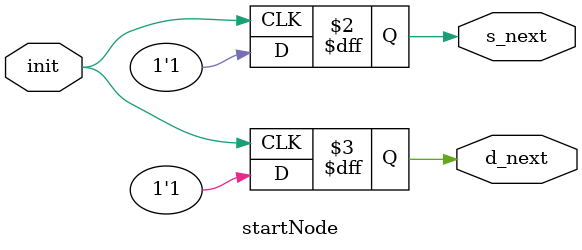
<source format=v>

module LeftDownNode(
	input wire s,
	input wire control,
	input wire last,
	
	output wire s_next,
	output wire d_next
	);
  assign s_next = s; // always go down
  assign d_next = s & control & ~last;
endmodule



module GeneralNode(
   	input wire s, 		// straight line input
	input wire d, 		// diagonal line input
	input wire control, // decides whether to split the signal ('1') or just pass it ('0')
	input wire last, 	// decides if to force the signal down ('1') or not ('0') 
	
	output wire s_next, 	// straight forwarded signal
	output wire d_next	// diagonal forwarded signal
	);
	
  assign s_next = (d & control) | (d & last) | s;
  assign d_next = (~last & control & s) | (~last & d);
endmodule 



module RightDiagonalNode(
	input wire d,
	input wire control,
	input wire last,
	
	output wire s_next,
	output wire d_next
	);
  assign d_next = d & ~last;
  assign s_next = (control & last) | (d & last) | (d & control);
endmodule



module startNode (
    input wire init,
    output reg s_next, 
    output reg d_next
);

    // Process to handle initialization
    always @(posedge init) begin
        if (init) begin
			s_next <= 1'b1; // Set straight output
        	d_next <= 1'b1; // Set diagonal output
		end
    end

endmodule
</source>
